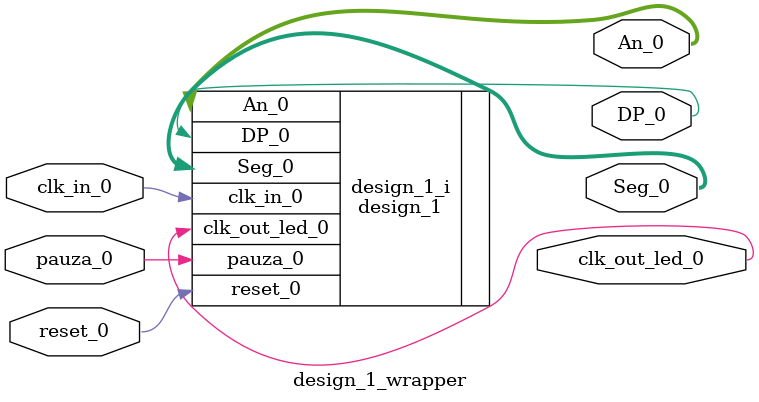
<source format=v>
`timescale 1 ps / 1 ps

module design_1_wrapper
   (An_0,
    DP_0,
    Seg_0,
    clk_in_0,
    clk_out_led_0,
    pauza_0,
    reset_0);
  output [7:0]An_0;
  output DP_0;
  output [0:6]Seg_0;
  input clk_in_0;
  output clk_out_led_0;
  input pauza_0;
  input reset_0;

  wire [7:0]An_0;
  wire DP_0;
  wire [0:6]Seg_0;
  wire clk_in_0;
  wire clk_out_led_0;
  wire pauza_0;
  wire reset_0;

  design_1 design_1_i
       (.An_0(An_0),
        .DP_0(DP_0),
        .Seg_0(Seg_0),
        .clk_in_0(clk_in_0),
        .clk_out_led_0(clk_out_led_0),
        .pauza_0(pauza_0),
        .reset_0(reset_0));
endmodule

</source>
